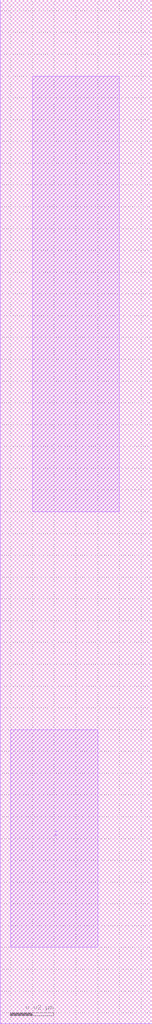
<source format=lef>
MACRO macro1
    CLASS CORE ;
    ORIGIN 0.035 0.235 ;
    SIZE 0.07 BY 0.47 ;
    PIN Z
        PORT
        LAYER M1 ;
        RECT -0.02 0 0.02 0.2 ;
        RECT -0.03 -0.2 0.01 -0.1 ;
        VIA  0.0 0.2 square ;
        VIA  0.01 -0.2 square ;
        END
    END Z
    OBS 
      LAYER M1 ;
        RECT -0.035 -0.235 0.035 0.235 ;
    END
END macro1


</source>
